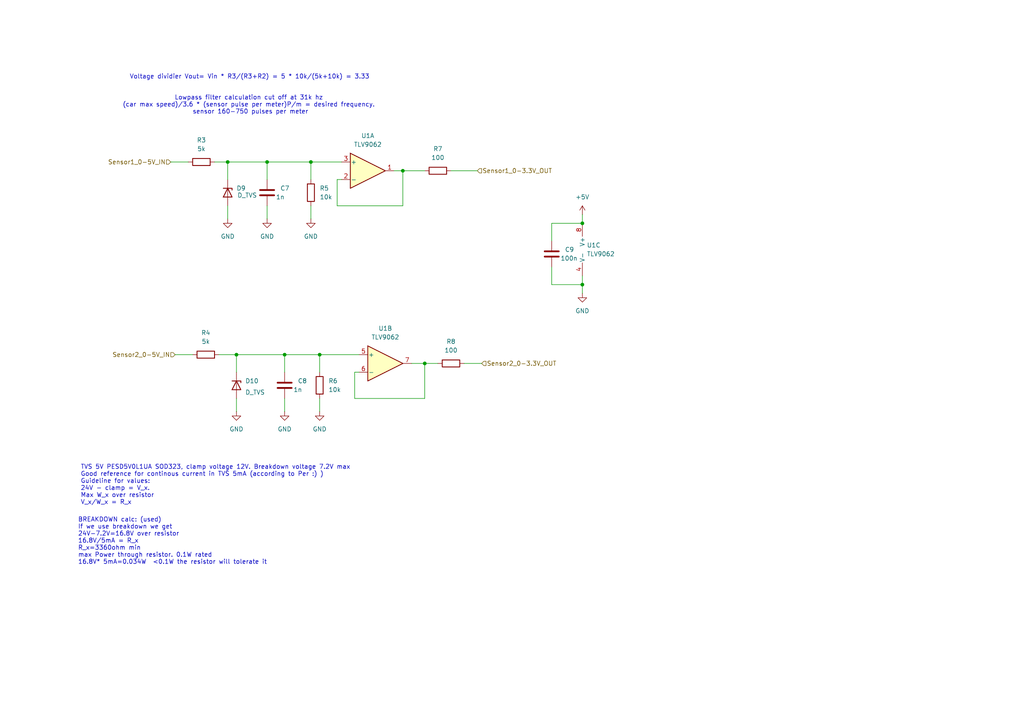
<source format=kicad_sch>
(kicad_sch
	(version 20250114)
	(generator "eeschema")
	(generator_version "9.0")
	(uuid "c27a33ef-ed77-41d6-912b-bd528fc8fd59")
	(paper "A4")
	(lib_symbols
		(symbol "Amplifier_Operational:TLV9062"
			(pin_names
				(offset 0.127)
			)
			(exclude_from_sim no)
			(in_bom yes)
			(on_board yes)
			(property "Reference" "U"
				(at 0 5.08 0)
				(effects
					(font
						(size 1.27 1.27)
					)
					(justify left)
				)
			)
			(property "Value" "TLV9062"
				(at 0 -5.08 0)
				(effects
					(font
						(size 1.27 1.27)
					)
					(justify left)
				)
			)
			(property "Footprint" ""
				(at 0 0 0)
				(effects
					(font
						(size 1.27 1.27)
					)
					(hide yes)
				)
			)
			(property "Datasheet" "https://www.ti.com/lit/ds/symlink/tlv9062.pdf"
				(at 0 0 0)
				(effects
					(font
						(size 1.27 1.27)
					)
					(hide yes)
				)
			)
			(property "Description" "Dual Operational Amplifiers, SOIC-8/TSSOP-8/VSSOP-8"
				(at 0 0 0)
				(effects
					(font
						(size 1.27 1.27)
					)
					(hide yes)
				)
			)
			(property "ki_locked" ""
				(at 0 0 0)
				(effects
					(font
						(size 1.27 1.27)
					)
				)
			)
			(property "ki_keywords" "dual opamp"
				(at 0 0 0)
				(effects
					(font
						(size 1.27 1.27)
					)
					(hide yes)
				)
			)
			(property "ki_fp_filters" "SOIC*3.9x4.9mm*P1.27mm* TSSOP*4.4x3mm*P0.65mm* VSSOP*3x3mm*P0.5mm*"
				(at 0 0 0)
				(effects
					(font
						(size 1.27 1.27)
					)
					(hide yes)
				)
			)
			(symbol "TLV9062_1_1"
				(polyline
					(pts
						(xy -5.08 5.08) (xy 5.08 0) (xy -5.08 -5.08) (xy -5.08 5.08)
					)
					(stroke
						(width 0.254)
						(type default)
					)
					(fill
						(type background)
					)
				)
				(pin input line
					(at -7.62 2.54 0)
					(length 2.54)
					(name "+"
						(effects
							(font
								(size 1.27 1.27)
							)
						)
					)
					(number "3"
						(effects
							(font
								(size 1.27 1.27)
							)
						)
					)
				)
				(pin input line
					(at -7.62 -2.54 0)
					(length 2.54)
					(name "-"
						(effects
							(font
								(size 1.27 1.27)
							)
						)
					)
					(number "2"
						(effects
							(font
								(size 1.27 1.27)
							)
						)
					)
				)
				(pin output line
					(at 7.62 0 180)
					(length 2.54)
					(name "~"
						(effects
							(font
								(size 1.27 1.27)
							)
						)
					)
					(number "1"
						(effects
							(font
								(size 1.27 1.27)
							)
						)
					)
				)
			)
			(symbol "TLV9062_2_1"
				(polyline
					(pts
						(xy -5.08 5.08) (xy 5.08 0) (xy -5.08 -5.08) (xy -5.08 5.08)
					)
					(stroke
						(width 0.254)
						(type default)
					)
					(fill
						(type background)
					)
				)
				(pin input line
					(at -7.62 2.54 0)
					(length 2.54)
					(name "+"
						(effects
							(font
								(size 1.27 1.27)
							)
						)
					)
					(number "5"
						(effects
							(font
								(size 1.27 1.27)
							)
						)
					)
				)
				(pin input line
					(at -7.62 -2.54 0)
					(length 2.54)
					(name "-"
						(effects
							(font
								(size 1.27 1.27)
							)
						)
					)
					(number "6"
						(effects
							(font
								(size 1.27 1.27)
							)
						)
					)
				)
				(pin output line
					(at 7.62 0 180)
					(length 2.54)
					(name "~"
						(effects
							(font
								(size 1.27 1.27)
							)
						)
					)
					(number "7"
						(effects
							(font
								(size 1.27 1.27)
							)
						)
					)
				)
			)
			(symbol "TLV9062_3_1"
				(pin power_in line
					(at -2.54 7.62 270)
					(length 3.81)
					(name "V+"
						(effects
							(font
								(size 1.27 1.27)
							)
						)
					)
					(number "8"
						(effects
							(font
								(size 1.27 1.27)
							)
						)
					)
				)
				(pin power_in line
					(at -2.54 -7.62 90)
					(length 3.81)
					(name "V-"
						(effects
							(font
								(size 1.27 1.27)
							)
						)
					)
					(number "4"
						(effects
							(font
								(size 1.27 1.27)
							)
						)
					)
				)
			)
			(embedded_fonts no)
		)
		(symbol "Device:C"
			(pin_numbers
				(hide yes)
			)
			(pin_names
				(offset 0.254)
			)
			(exclude_from_sim no)
			(in_bom yes)
			(on_board yes)
			(property "Reference" "C"
				(at 0.635 2.54 0)
				(effects
					(font
						(size 1.27 1.27)
					)
					(justify left)
				)
			)
			(property "Value" "C"
				(at 0.635 -2.54 0)
				(effects
					(font
						(size 1.27 1.27)
					)
					(justify left)
				)
			)
			(property "Footprint" ""
				(at 0.9652 -3.81 0)
				(effects
					(font
						(size 1.27 1.27)
					)
					(hide yes)
				)
			)
			(property "Datasheet" "~"
				(at 0 0 0)
				(effects
					(font
						(size 1.27 1.27)
					)
					(hide yes)
				)
			)
			(property "Description" "Unpolarized capacitor"
				(at 0 0 0)
				(effects
					(font
						(size 1.27 1.27)
					)
					(hide yes)
				)
			)
			(property "ki_keywords" "cap capacitor"
				(at 0 0 0)
				(effects
					(font
						(size 1.27 1.27)
					)
					(hide yes)
				)
			)
			(property "ki_fp_filters" "C_*"
				(at 0 0 0)
				(effects
					(font
						(size 1.27 1.27)
					)
					(hide yes)
				)
			)
			(symbol "C_0_1"
				(polyline
					(pts
						(xy -2.032 0.762) (xy 2.032 0.762)
					)
					(stroke
						(width 0.508)
						(type default)
					)
					(fill
						(type none)
					)
				)
				(polyline
					(pts
						(xy -2.032 -0.762) (xy 2.032 -0.762)
					)
					(stroke
						(width 0.508)
						(type default)
					)
					(fill
						(type none)
					)
				)
			)
			(symbol "C_1_1"
				(pin passive line
					(at 0 3.81 270)
					(length 2.794)
					(name "~"
						(effects
							(font
								(size 1.27 1.27)
							)
						)
					)
					(number "1"
						(effects
							(font
								(size 1.27 1.27)
							)
						)
					)
				)
				(pin passive line
					(at 0 -3.81 90)
					(length 2.794)
					(name "~"
						(effects
							(font
								(size 1.27 1.27)
							)
						)
					)
					(number "2"
						(effects
							(font
								(size 1.27 1.27)
							)
						)
					)
				)
			)
			(embedded_fonts no)
		)
		(symbol "Device:D_Zener"
			(pin_numbers
				(hide yes)
			)
			(pin_names
				(offset 1.016)
				(hide yes)
			)
			(exclude_from_sim no)
			(in_bom yes)
			(on_board yes)
			(property "Reference" "D"
				(at 0 2.54 0)
				(effects
					(font
						(size 1.27 1.27)
					)
				)
			)
			(property "Value" "D_Zener"
				(at 0 -2.54 0)
				(effects
					(font
						(size 1.27 1.27)
					)
				)
			)
			(property "Footprint" ""
				(at 0 0 0)
				(effects
					(font
						(size 1.27 1.27)
					)
					(hide yes)
				)
			)
			(property "Datasheet" "~"
				(at 0 0 0)
				(effects
					(font
						(size 1.27 1.27)
					)
					(hide yes)
				)
			)
			(property "Description" "Zener diode"
				(at 0 0 0)
				(effects
					(font
						(size 1.27 1.27)
					)
					(hide yes)
				)
			)
			(property "ki_keywords" "diode"
				(at 0 0 0)
				(effects
					(font
						(size 1.27 1.27)
					)
					(hide yes)
				)
			)
			(property "ki_fp_filters" "TO-???* *_Diode_* *SingleDiode* D_*"
				(at 0 0 0)
				(effects
					(font
						(size 1.27 1.27)
					)
					(hide yes)
				)
			)
			(symbol "D_Zener_0_1"
				(polyline
					(pts
						(xy -1.27 -1.27) (xy -1.27 1.27) (xy -0.762 1.27)
					)
					(stroke
						(width 0.254)
						(type default)
					)
					(fill
						(type none)
					)
				)
				(polyline
					(pts
						(xy 1.27 0) (xy -1.27 0)
					)
					(stroke
						(width 0)
						(type default)
					)
					(fill
						(type none)
					)
				)
				(polyline
					(pts
						(xy 1.27 -1.27) (xy 1.27 1.27) (xy -1.27 0) (xy 1.27 -1.27)
					)
					(stroke
						(width 0.254)
						(type default)
					)
					(fill
						(type none)
					)
				)
			)
			(symbol "D_Zener_1_1"
				(pin passive line
					(at -3.81 0 0)
					(length 2.54)
					(name "K"
						(effects
							(font
								(size 1.27 1.27)
							)
						)
					)
					(number "1"
						(effects
							(font
								(size 1.27 1.27)
							)
						)
					)
				)
				(pin passive line
					(at 3.81 0 180)
					(length 2.54)
					(name "A"
						(effects
							(font
								(size 1.27 1.27)
							)
						)
					)
					(number "2"
						(effects
							(font
								(size 1.27 1.27)
							)
						)
					)
				)
			)
			(embedded_fonts no)
		)
		(symbol "Device:R"
			(pin_numbers
				(hide yes)
			)
			(pin_names
				(offset 0)
			)
			(exclude_from_sim no)
			(in_bom yes)
			(on_board yes)
			(property "Reference" "R"
				(at 2.032 0 90)
				(effects
					(font
						(size 1.27 1.27)
					)
				)
			)
			(property "Value" "R"
				(at 0 0 90)
				(effects
					(font
						(size 1.27 1.27)
					)
				)
			)
			(property "Footprint" ""
				(at -1.778 0 90)
				(effects
					(font
						(size 1.27 1.27)
					)
					(hide yes)
				)
			)
			(property "Datasheet" "~"
				(at 0 0 0)
				(effects
					(font
						(size 1.27 1.27)
					)
					(hide yes)
				)
			)
			(property "Description" "Resistor"
				(at 0 0 0)
				(effects
					(font
						(size 1.27 1.27)
					)
					(hide yes)
				)
			)
			(property "ki_keywords" "R res resistor"
				(at 0 0 0)
				(effects
					(font
						(size 1.27 1.27)
					)
					(hide yes)
				)
			)
			(property "ki_fp_filters" "R_*"
				(at 0 0 0)
				(effects
					(font
						(size 1.27 1.27)
					)
					(hide yes)
				)
			)
			(symbol "R_0_1"
				(rectangle
					(start -1.016 -2.54)
					(end 1.016 2.54)
					(stroke
						(width 0.254)
						(type default)
					)
					(fill
						(type none)
					)
				)
			)
			(symbol "R_1_1"
				(pin passive line
					(at 0 3.81 270)
					(length 1.27)
					(name "~"
						(effects
							(font
								(size 1.27 1.27)
							)
						)
					)
					(number "1"
						(effects
							(font
								(size 1.27 1.27)
							)
						)
					)
				)
				(pin passive line
					(at 0 -3.81 90)
					(length 1.27)
					(name "~"
						(effects
							(font
								(size 1.27 1.27)
							)
						)
					)
					(number "2"
						(effects
							(font
								(size 1.27 1.27)
							)
						)
					)
				)
			)
			(embedded_fonts no)
		)
		(symbol "power:+5V"
			(power)
			(pin_numbers
				(hide yes)
			)
			(pin_names
				(offset 0)
				(hide yes)
			)
			(exclude_from_sim no)
			(in_bom yes)
			(on_board yes)
			(property "Reference" "#PWR"
				(at 0 -3.81 0)
				(effects
					(font
						(size 1.27 1.27)
					)
					(hide yes)
				)
			)
			(property "Value" "+5V"
				(at 0 3.556 0)
				(effects
					(font
						(size 1.27 1.27)
					)
				)
			)
			(property "Footprint" ""
				(at 0 0 0)
				(effects
					(font
						(size 1.27 1.27)
					)
					(hide yes)
				)
			)
			(property "Datasheet" ""
				(at 0 0 0)
				(effects
					(font
						(size 1.27 1.27)
					)
					(hide yes)
				)
			)
			(property "Description" "Power symbol creates a global label with name \"+5V\""
				(at 0 0 0)
				(effects
					(font
						(size 1.27 1.27)
					)
					(hide yes)
				)
			)
			(property "ki_keywords" "global power"
				(at 0 0 0)
				(effects
					(font
						(size 1.27 1.27)
					)
					(hide yes)
				)
			)
			(symbol "+5V_0_1"
				(polyline
					(pts
						(xy -0.762 1.27) (xy 0 2.54)
					)
					(stroke
						(width 0)
						(type default)
					)
					(fill
						(type none)
					)
				)
				(polyline
					(pts
						(xy 0 2.54) (xy 0.762 1.27)
					)
					(stroke
						(width 0)
						(type default)
					)
					(fill
						(type none)
					)
				)
				(polyline
					(pts
						(xy 0 0) (xy 0 2.54)
					)
					(stroke
						(width 0)
						(type default)
					)
					(fill
						(type none)
					)
				)
			)
			(symbol "+5V_1_1"
				(pin power_in line
					(at 0 0 90)
					(length 0)
					(name "~"
						(effects
							(font
								(size 1.27 1.27)
							)
						)
					)
					(number "1"
						(effects
							(font
								(size 1.27 1.27)
							)
						)
					)
				)
			)
			(embedded_fonts no)
		)
		(symbol "power:GND"
			(power)
			(pin_numbers
				(hide yes)
			)
			(pin_names
				(offset 0)
				(hide yes)
			)
			(exclude_from_sim no)
			(in_bom yes)
			(on_board yes)
			(property "Reference" "#PWR"
				(at 0 -6.35 0)
				(effects
					(font
						(size 1.27 1.27)
					)
					(hide yes)
				)
			)
			(property "Value" "GND"
				(at 0 -3.81 0)
				(effects
					(font
						(size 1.27 1.27)
					)
				)
			)
			(property "Footprint" ""
				(at 0 0 0)
				(effects
					(font
						(size 1.27 1.27)
					)
					(hide yes)
				)
			)
			(property "Datasheet" ""
				(at 0 0 0)
				(effects
					(font
						(size 1.27 1.27)
					)
					(hide yes)
				)
			)
			(property "Description" "Power symbol creates a global label with name \"GND\" , ground"
				(at 0 0 0)
				(effects
					(font
						(size 1.27 1.27)
					)
					(hide yes)
				)
			)
			(property "ki_keywords" "global power"
				(at 0 0 0)
				(effects
					(font
						(size 1.27 1.27)
					)
					(hide yes)
				)
			)
			(symbol "GND_0_1"
				(polyline
					(pts
						(xy 0 0) (xy 0 -1.27) (xy 1.27 -1.27) (xy 0 -2.54) (xy -1.27 -1.27) (xy 0 -1.27)
					)
					(stroke
						(width 0)
						(type default)
					)
					(fill
						(type none)
					)
				)
			)
			(symbol "GND_1_1"
				(pin power_in line
					(at 0 0 270)
					(length 0)
					(name "~"
						(effects
							(font
								(size 1.27 1.27)
							)
						)
					)
					(number "1"
						(effects
							(font
								(size 1.27 1.27)
							)
						)
					)
				)
			)
			(embedded_fonts no)
		)
	)
	(text "TVS 5V PESD5V0L1UA SOD323, clamp voltage 12V. Breakdown voltage 7.2V max\nGood reference for continous current in TVS 5mA (according to Per :) )\nGuideline for values:\n24V - clamp = V_x.\nMax W_x over resistor\nV_x/W_x = R_x\n\n\n\n\n\n\n\n\n"
		(exclude_from_sim no)
		(at 23.368 148.844 0)
		(effects
			(font
				(size 1.27 1.27)
			)
			(justify left)
		)
		(uuid "3378ad2a-9672-4353-b214-dade8d8b952c")
	)
	(text "Lowpass filter calculation cut off at 31k hz \n(car max speed)/3.6 * (sensor pulse per meter)P/m = desired frequency. \nsensor 160-750 pulses per meter\n\n"
		(exclude_from_sim no)
		(at 72.644 31.496 0)
		(effects
			(font
				(size 1.27 1.27)
			)
		)
		(uuid "c6a1e074-2b73-42a6-a002-6400b52e34a3")
	)
	(text "BREAKDOWN calc: (used)\nIf we use breakdown we get\n24V-7.2V=16.8V over resistor\n16.8V/5mA = R_x \nR_x=3360ohm min \nmax Power through resistor. 0.1W rated\n16.8V* 5mA=0.034W  <0.1W the resistor will tolerate it"
		(exclude_from_sim no)
		(at 22.606 156.972 0)
		(effects
			(font
				(size 1.27 1.27)
			)
			(justify left)
		)
		(uuid "c96146b9-602e-4a63-90f7-38e1dc2a5667")
	)
	(text "Voltage dividier Vout= Vin * R3/(R3+R2) = 5 * 10k/(5k+10k) = 3.33"
		(exclude_from_sim no)
		(at 72.39 22.352 0)
		(effects
			(font
				(size 1.27 1.27)
			)
		)
		(uuid "cb902105-079a-4f9b-92ff-9b9cdb7cfaa0")
	)
	(junction
		(at 92.71 102.87)
		(diameter 0)
		(color 0 0 0 0)
		(uuid "0dd258cd-9f22-4caa-97ae-acfad92dc627")
	)
	(junction
		(at 168.91 82.55)
		(diameter 0)
		(color 0 0 0 0)
		(uuid "0e3eddb0-b11b-45e6-82c1-e739e1305527")
	)
	(junction
		(at 68.58 102.87)
		(diameter 0)
		(color 0 0 0 0)
		(uuid "23ae24a0-06ed-4660-8ba6-20b2aa4c3c4f")
	)
	(junction
		(at 168.91 64.77)
		(diameter 0)
		(color 0 0 0 0)
		(uuid "4bcfa904-70fc-416a-804a-9c9356530b4d")
	)
	(junction
		(at 66.04 46.99)
		(diameter 0)
		(color 0 0 0 0)
		(uuid "6c972276-9eb9-4ad1-bafc-d36cadfa557a")
	)
	(junction
		(at 116.84 49.53)
		(diameter 0)
		(color 0 0 0 0)
		(uuid "71d31dcd-c680-443e-981e-35a1d36eab98")
	)
	(junction
		(at 77.47 46.99)
		(diameter 0)
		(color 0 0 0 0)
		(uuid "863f3c90-2b74-4378-b9c9-0c55e1ea5fbb")
	)
	(junction
		(at 123.19 105.41)
		(diameter 0)
		(color 0 0 0 0)
		(uuid "adf68457-eaa8-4c1e-b227-f1d07a2df1c3")
	)
	(junction
		(at 90.17 46.99)
		(diameter 0)
		(color 0 0 0 0)
		(uuid "c84b4f07-3103-4f31-8f2a-fd2ead5fb581")
	)
	(junction
		(at 82.55 102.87)
		(diameter 0)
		(color 0 0 0 0)
		(uuid "d48c08f7-b47f-4f96-969c-b92fd8969757")
	)
	(wire
		(pts
			(xy 66.04 52.07) (xy 66.04 46.99)
		)
		(stroke
			(width 0)
			(type default)
		)
		(uuid "00012a2a-3210-4ada-b3ab-5b0c2162eee3")
	)
	(wire
		(pts
			(xy 139.7 105.41) (xy 134.62 105.41)
		)
		(stroke
			(width 0)
			(type default)
		)
		(uuid "0d450c06-df9e-42dd-8f0f-0caeebd082d2")
	)
	(wire
		(pts
			(xy 97.79 59.69) (xy 116.84 59.69)
		)
		(stroke
			(width 0)
			(type default)
		)
		(uuid "164798f3-088b-4c9b-b763-3b9990f1acd6")
	)
	(wire
		(pts
			(xy 49.53 46.99) (xy 54.61 46.99)
		)
		(stroke
			(width 0)
			(type default)
		)
		(uuid "268c18fe-977b-45aa-8426-cb7efd41944c")
	)
	(wire
		(pts
			(xy 123.19 105.41) (xy 123.19 115.57)
		)
		(stroke
			(width 0)
			(type default)
		)
		(uuid "280f5f00-3f2b-4325-9f75-d1dc4d0d9db0")
	)
	(wire
		(pts
			(xy 160.02 69.85) (xy 160.02 64.77)
		)
		(stroke
			(width 0)
			(type default)
		)
		(uuid "2ac7e715-45fe-4866-a7fe-72285b5b1e34")
	)
	(wire
		(pts
			(xy 92.71 102.87) (xy 92.71 107.95)
		)
		(stroke
			(width 0)
			(type default)
		)
		(uuid "332d1d1c-3252-42d4-987a-cdef063fbc2d")
	)
	(wire
		(pts
			(xy 119.38 105.41) (xy 123.19 105.41)
		)
		(stroke
			(width 0)
			(type default)
		)
		(uuid "35229093-3f14-465d-9956-10befdecaaf4")
	)
	(wire
		(pts
			(xy 116.84 49.53) (xy 123.19 49.53)
		)
		(stroke
			(width 0)
			(type default)
		)
		(uuid "3a19e027-cf01-47c9-bfa4-ef6b7aa5ece2")
	)
	(wire
		(pts
			(xy 82.55 102.87) (xy 92.71 102.87)
		)
		(stroke
			(width 0)
			(type default)
		)
		(uuid "3b096591-cd5a-4786-89af-00cbdd481e20")
	)
	(wire
		(pts
			(xy 97.79 52.07) (xy 97.79 59.69)
		)
		(stroke
			(width 0)
			(type default)
		)
		(uuid "43f92e86-736c-463b-a0aa-ea76d0b6cbfd")
	)
	(wire
		(pts
			(xy 63.5 102.87) (xy 68.58 102.87)
		)
		(stroke
			(width 0)
			(type default)
		)
		(uuid "48f2d60b-465a-499b-9688-0d097f8d7402")
	)
	(wire
		(pts
			(xy 160.02 77.47) (xy 160.02 82.55)
		)
		(stroke
			(width 0)
			(type default)
		)
		(uuid "4d08a0fb-d316-4f32-be68-c070a0205ebf")
	)
	(wire
		(pts
			(xy 77.47 46.99) (xy 90.17 46.99)
		)
		(stroke
			(width 0)
			(type default)
		)
		(uuid "529eceb0-18a5-4e9b-a8a2-38db363cc447")
	)
	(wire
		(pts
			(xy 168.91 62.23) (xy 168.91 64.77)
		)
		(stroke
			(width 0)
			(type default)
		)
		(uuid "59ac8297-dad7-4171-accd-6c40ad716ff3")
	)
	(wire
		(pts
			(xy 97.79 52.07) (xy 99.06 52.07)
		)
		(stroke
			(width 0)
			(type default)
		)
		(uuid "61cce87b-9ce4-49c4-bb74-473a8ef2fccb")
	)
	(wire
		(pts
			(xy 66.04 59.69) (xy 66.04 63.5)
		)
		(stroke
			(width 0)
			(type default)
		)
		(uuid "693533d5-320a-4b51-b3fc-4026463a9bcc")
	)
	(wire
		(pts
			(xy 90.17 46.99) (xy 99.06 46.99)
		)
		(stroke
			(width 0)
			(type default)
		)
		(uuid "6b6c6551-28c7-41a5-b703-9ae53ac5d25c")
	)
	(wire
		(pts
			(xy 90.17 59.69) (xy 90.17 63.5)
		)
		(stroke
			(width 0)
			(type default)
		)
		(uuid "6f1bc97d-3b5a-4866-b83c-1b7824535431")
	)
	(wire
		(pts
			(xy 77.47 52.07) (xy 77.47 46.99)
		)
		(stroke
			(width 0)
			(type default)
		)
		(uuid "7867aa7c-d11c-4c35-ae15-c895a3d2d74c")
	)
	(wire
		(pts
			(xy 168.91 80.01) (xy 168.91 82.55)
		)
		(stroke
			(width 0)
			(type default)
		)
		(uuid "7c063fd7-af38-4e28-8715-3b28ef245f6d")
	)
	(wire
		(pts
			(xy 102.87 107.95) (xy 102.87 115.57)
		)
		(stroke
			(width 0)
			(type default)
		)
		(uuid "82381a9c-ea36-4362-9242-43ff39cfec0c")
	)
	(wire
		(pts
			(xy 68.58 115.57) (xy 68.58 119.38)
		)
		(stroke
			(width 0)
			(type default)
		)
		(uuid "85df90a6-7ad0-4800-bf84-535155572399")
	)
	(wire
		(pts
			(xy 160.02 82.55) (xy 168.91 82.55)
		)
		(stroke
			(width 0)
			(type default)
		)
		(uuid "88dae2b8-5208-437a-a77a-8b78bca7eec5")
	)
	(wire
		(pts
			(xy 92.71 115.57) (xy 92.71 119.38)
		)
		(stroke
			(width 0)
			(type default)
		)
		(uuid "8dc1852b-0cfc-4278-aae0-c57f504b7b57")
	)
	(wire
		(pts
			(xy 62.23 46.99) (xy 66.04 46.99)
		)
		(stroke
			(width 0)
			(type default)
		)
		(uuid "8e640330-e6f5-4613-a590-57d941afbc2e")
	)
	(wire
		(pts
			(xy 102.87 107.95) (xy 104.14 107.95)
		)
		(stroke
			(width 0)
			(type default)
		)
		(uuid "9186a303-7d51-4bf1-803b-a4a423cea64c")
	)
	(wire
		(pts
			(xy 92.71 102.87) (xy 104.14 102.87)
		)
		(stroke
			(width 0)
			(type default)
		)
		(uuid "959fd4c6-bdb2-4be5-9358-485c3b0becaa")
	)
	(wire
		(pts
			(xy 77.47 59.69) (xy 77.47 63.5)
		)
		(stroke
			(width 0)
			(type default)
		)
		(uuid "9bf1440d-848e-487f-b85b-45cb6da32f55")
	)
	(wire
		(pts
			(xy 68.58 102.87) (xy 82.55 102.87)
		)
		(stroke
			(width 0)
			(type default)
		)
		(uuid "a13411c1-0daf-4206-b0a9-afe9b2057a18")
	)
	(wire
		(pts
			(xy 116.84 49.53) (xy 114.3 49.53)
		)
		(stroke
			(width 0)
			(type default)
		)
		(uuid "a5b679ec-22ae-4a07-b91d-516824075b73")
	)
	(wire
		(pts
			(xy 50.8 102.87) (xy 55.88 102.87)
		)
		(stroke
			(width 0)
			(type default)
		)
		(uuid "a73a9f4e-ac75-4d5e-9781-3111caadf52a")
	)
	(wire
		(pts
			(xy 116.84 59.69) (xy 116.84 49.53)
		)
		(stroke
			(width 0)
			(type default)
		)
		(uuid "ae0688e7-21b9-48d3-99cd-d4cccb8b5fb6")
	)
	(wire
		(pts
			(xy 102.87 115.57) (xy 123.19 115.57)
		)
		(stroke
			(width 0)
			(type default)
		)
		(uuid "d09804b5-e4ba-4261-965b-197edc693273")
	)
	(wire
		(pts
			(xy 82.55 102.87) (xy 82.55 107.95)
		)
		(stroke
			(width 0)
			(type default)
		)
		(uuid "d2333b48-ec57-42f0-b34b-67bdec413c4d")
	)
	(wire
		(pts
			(xy 123.19 105.41) (xy 127 105.41)
		)
		(stroke
			(width 0)
			(type default)
		)
		(uuid "d24d8a4d-eb14-41ff-9945-4e306c8fa771")
	)
	(wire
		(pts
			(xy 66.04 46.99) (xy 77.47 46.99)
		)
		(stroke
			(width 0)
			(type default)
		)
		(uuid "dc09d9bf-459d-43ce-8af2-26afb7b05921")
	)
	(wire
		(pts
			(xy 68.58 107.95) (xy 68.58 102.87)
		)
		(stroke
			(width 0)
			(type default)
		)
		(uuid "eb37ef9a-196e-47c9-87cd-478db7b8b3de")
	)
	(wire
		(pts
			(xy 130.81 49.53) (xy 138.43 49.53)
		)
		(stroke
			(width 0)
			(type default)
		)
		(uuid "f3967acc-dfbb-462c-97e1-ca161e3088fc")
	)
	(wire
		(pts
			(xy 82.55 115.57) (xy 82.55 119.38)
		)
		(stroke
			(width 0)
			(type default)
		)
		(uuid "f51cdcca-2ad0-4379-8022-817d90644fd6")
	)
	(wire
		(pts
			(xy 160.02 64.77) (xy 168.91 64.77)
		)
		(stroke
			(width 0)
			(type default)
		)
		(uuid "f7df0621-121d-4599-829f-70be54cd6416")
	)
	(wire
		(pts
			(xy 90.17 46.99) (xy 90.17 52.07)
		)
		(stroke
			(width 0)
			(type default)
		)
		(uuid "f99037a3-cda5-4ba9-b24d-48cf0875a0ee")
	)
	(wire
		(pts
			(xy 168.91 82.55) (xy 168.91 85.09)
		)
		(stroke
			(width 0)
			(type default)
		)
		(uuid "fdb71ef3-8f8d-48e4-bbe1-26ce037cff6c")
	)
	(hierarchical_label "Sensor2_0-3.3V_OUT"
		(shape input)
		(at 139.7 105.41 0)
		(effects
			(font
				(size 1.27 1.27)
			)
			(justify left)
		)
		(uuid "3545b6d0-e4a6-4392-9327-fb7a9f2e4cdf")
	)
	(hierarchical_label "Sensor2_0-5V_IN"
		(shape input)
		(at 50.8 102.87 180)
		(effects
			(font
				(size 1.27 1.27)
			)
			(justify right)
		)
		(uuid "37bd3e8f-90cf-4900-976c-e4cad7d03d15")
	)
	(hierarchical_label "Sensor1_0-3.3V_OUT"
		(shape input)
		(at 138.43 49.53 0)
		(effects
			(font
				(size 1.27 1.27)
			)
			(justify left)
		)
		(uuid "d26cbe63-81ee-4379-8925-29c108eba8d9")
	)
	(hierarchical_label "Sensor1_0-5V_IN"
		(shape input)
		(at 49.53 46.99 180)
		(effects
			(font
				(size 1.27 1.27)
			)
			(justify right)
		)
		(uuid "d4f2cddd-4d5a-40b8-8fd0-632ca1961357")
	)
	(symbol
		(lib_id "power:GND")
		(at 90.17 63.5 0)
		(unit 1)
		(exclude_from_sim no)
		(in_bom yes)
		(on_board yes)
		(dnp no)
		(uuid "0ad4f609-8ead-4019-a897-ed018c787eb9")
		(property "Reference" "#PWR028"
			(at 90.17 69.85 0)
			(effects
				(font
					(size 1.27 1.27)
				)
				(hide yes)
			)
		)
		(property "Value" "GND"
			(at 90.17 68.58 0)
			(effects
				(font
					(size 1.27 1.27)
				)
			)
		)
		(property "Footprint" ""
			(at 90.17 63.5 0)
			(effects
				(font
					(size 1.27 1.27)
				)
				(hide yes)
			)
		)
		(property "Datasheet" ""
			(at 90.17 63.5 0)
			(effects
				(font
					(size 1.27 1.27)
				)
				(hide yes)
			)
		)
		(property "Description" "Power symbol creates a global label with name \"GND\" , ground"
			(at 90.17 63.5 0)
			(effects
				(font
					(size 1.27 1.27)
				)
				(hide yes)
			)
		)
		(pin "1"
			(uuid "3bc3d56a-058f-4f87-adf8-ef3bf1b56b3e")
		)
		(instances
			(project "SlipSensor_HW"
				(path "/f1ca9c4e-2bdc-432a-b865-ec62cb741897/23ff7bae-460e-4945-b6d3-2e02c0320acd"
					(reference "#PWR028")
					(unit 1)
				)
			)
		)
	)
	(symbol
		(lib_id "Amplifier_Operational:TLV9062")
		(at 111.76 105.41 0)
		(unit 2)
		(exclude_from_sim no)
		(in_bom yes)
		(on_board yes)
		(dnp no)
		(fields_autoplaced yes)
		(uuid "1802661d-b55a-4b5f-a28d-4c5e7bf41ffa")
		(property "Reference" "U1"
			(at 111.76 95.25 0)
			(effects
				(font
					(size 1.27 1.27)
				)
			)
		)
		(property "Value" "TLV9062"
			(at 111.76 97.79 0)
			(effects
				(font
					(size 1.27 1.27)
				)
			)
		)
		(property "Footprint" "Package_SO:SOIC-8_3.9x4.9mm_P1.27mm"
			(at 111.76 105.41 0)
			(effects
				(font
					(size 1.27 1.27)
				)
				(hide yes)
			)
		)
		(property "Datasheet" "https://www.ti.com/lit/ds/symlink/tlv9062.pdf"
			(at 111.76 105.41 0)
			(effects
				(font
					(size 1.27 1.27)
				)
				(hide yes)
			)
		)
		(property "Description" "Dual Operational Amplifiers, SOIC-8/TSSOP-8/VSSOP-8"
			(at 111.76 105.41 0)
			(effects
				(font
					(size 1.27 1.27)
				)
				(hide yes)
			)
		)
		(pin "5"
			(uuid "219900a3-c133-4b23-8730-004ad3ddc6f0")
		)
		(pin "4"
			(uuid "a85ee6c7-1a37-4215-b553-57df20b8b3bb")
		)
		(pin "3"
			(uuid "08dca1f5-1355-42f7-a381-e4450986c73f")
		)
		(pin "7"
			(uuid "becd05de-3dd6-499e-8d2f-a0d9935f1e25")
		)
		(pin "1"
			(uuid "a7f9437e-b330-4bb6-b11b-10808af00f31")
		)
		(pin "8"
			(uuid "4790cb61-7a18-4dc3-addf-ae33087402e2")
		)
		(pin "6"
			(uuid "f33d4650-a5f6-49c5-9b52-d4cc6e87ad64")
		)
		(pin "2"
			(uuid "dae63cd8-6f37-495e-95af-8ddb6d074e27")
		)
		(instances
			(project ""
				(path "/f1ca9c4e-2bdc-432a-b865-ec62cb741897/23ff7bae-460e-4945-b6d3-2e02c0320acd"
					(reference "U1")
					(unit 2)
				)
			)
		)
	)
	(symbol
		(lib_id "Device:R")
		(at 90.17 55.88 180)
		(unit 1)
		(exclude_from_sim no)
		(in_bom yes)
		(on_board yes)
		(dnp no)
		(fields_autoplaced yes)
		(uuid "31fba8b2-f6cc-4de7-bbaf-29def0f4b3ee")
		(property "Reference" "R5"
			(at 92.71 54.6099 0)
			(effects
				(font
					(size 1.27 1.27)
				)
				(justify right)
			)
		)
		(property "Value" "10k"
			(at 92.71 57.1499 0)
			(effects
				(font
					(size 1.27 1.27)
				)
				(justify right)
			)
		)
		(property "Footprint" "Resistor_SMD:R_0603_1608Metric"
			(at 91.948 55.88 90)
			(effects
				(font
					(size 1.27 1.27)
				)
				(hide yes)
			)
		)
		(property "Datasheet" "~"
			(at 90.17 55.88 0)
			(effects
				(font
					(size 1.27 1.27)
				)
				(hide yes)
			)
		)
		(property "Description" "Resistor"
			(at 90.17 55.88 0)
			(effects
				(font
					(size 1.27 1.27)
				)
				(hide yes)
			)
		)
		(pin "1"
			(uuid "0e2406a6-94aa-4847-b3b6-6ce8daee27b1")
		)
		(pin "2"
			(uuid "4b40b614-9466-4f77-a15b-4b23048f2508")
		)
		(instances
			(project "SlipSensor_HW"
				(path "/f1ca9c4e-2bdc-432a-b865-ec62cb741897/23ff7bae-460e-4945-b6d3-2e02c0320acd"
					(reference "R5")
					(unit 1)
				)
			)
		)
	)
	(symbol
		(lib_id "power:+5V")
		(at 168.91 62.23 0)
		(unit 1)
		(exclude_from_sim no)
		(in_bom yes)
		(on_board yes)
		(dnp no)
		(fields_autoplaced yes)
		(uuid "3ed117da-c802-4a2e-b822-198726e5f95b")
		(property "Reference" "#PWR030"
			(at 168.91 66.04 0)
			(effects
				(font
					(size 1.27 1.27)
				)
				(hide yes)
			)
		)
		(property "Value" "+5V"
			(at 168.91 57.15 0)
			(effects
				(font
					(size 1.27 1.27)
				)
			)
		)
		(property "Footprint" ""
			(at 168.91 62.23 0)
			(effects
				(font
					(size 1.27 1.27)
				)
				(hide yes)
			)
		)
		(property "Datasheet" ""
			(at 168.91 62.23 0)
			(effects
				(font
					(size 1.27 1.27)
				)
				(hide yes)
			)
		)
		(property "Description" "Power symbol creates a global label with name \"+5V\""
			(at 168.91 62.23 0)
			(effects
				(font
					(size 1.27 1.27)
				)
				(hide yes)
			)
		)
		(pin "1"
			(uuid "a5d9694b-e714-4060-a9bb-1b94494ad65c")
		)
		(instances
			(project ""
				(path "/f1ca9c4e-2bdc-432a-b865-ec62cb741897/23ff7bae-460e-4945-b6d3-2e02c0320acd"
					(reference "#PWR030")
					(unit 1)
				)
			)
		)
	)
	(symbol
		(lib_id "Device:R")
		(at 92.71 111.76 180)
		(unit 1)
		(exclude_from_sim no)
		(in_bom yes)
		(on_board yes)
		(dnp no)
		(fields_autoplaced yes)
		(uuid "3ffe807c-5c5d-4e5b-906c-ac53d12c4b48")
		(property "Reference" "R6"
			(at 95.25 110.4899 0)
			(effects
				(font
					(size 1.27 1.27)
				)
				(justify right)
			)
		)
		(property "Value" "10k"
			(at 95.25 113.0299 0)
			(effects
				(font
					(size 1.27 1.27)
				)
				(justify right)
			)
		)
		(property "Footprint" "Resistor_SMD:R_0603_1608Metric"
			(at 94.488 111.76 90)
			(effects
				(font
					(size 1.27 1.27)
				)
				(hide yes)
			)
		)
		(property "Datasheet" "~"
			(at 92.71 111.76 0)
			(effects
				(font
					(size 1.27 1.27)
				)
				(hide yes)
			)
		)
		(property "Description" "Resistor"
			(at 92.71 111.76 0)
			(effects
				(font
					(size 1.27 1.27)
				)
				(hide yes)
			)
		)
		(pin "1"
			(uuid "26f8dc83-0623-43fb-9091-ecdd0f80b463")
		)
		(pin "2"
			(uuid "2793b10b-4bb3-4128-a99a-5988b325bef3")
		)
		(instances
			(project "SlipSensor_HW"
				(path "/f1ca9c4e-2bdc-432a-b865-ec62cb741897/23ff7bae-460e-4945-b6d3-2e02c0320acd"
					(reference "R6")
					(unit 1)
				)
			)
		)
	)
	(symbol
		(lib_id "Device:C")
		(at 77.47 55.88 0)
		(unit 1)
		(exclude_from_sim no)
		(in_bom yes)
		(on_board yes)
		(dnp no)
		(uuid "57c3d70f-1812-4bd2-97c6-c4bac74b2d95")
		(property "Reference" "C7"
			(at 81.28 54.6099 0)
			(effects
				(font
					(size 1.27 1.27)
				)
				(justify left)
			)
		)
		(property "Value" "1n"
			(at 80.01 57.15 0)
			(effects
				(font
					(size 1.27 1.27)
				)
				(justify left)
			)
		)
		(property "Footprint" "Capacitor_SMD:C_0603_1608Metric"
			(at 78.4352 59.69 0)
			(effects
				(font
					(size 1.27 1.27)
				)
				(hide yes)
			)
		)
		(property "Datasheet" "~"
			(at 77.47 55.88 0)
			(effects
				(font
					(size 1.27 1.27)
				)
				(hide yes)
			)
		)
		(property "Description" "Unpolarized capacitor"
			(at 77.47 55.88 0)
			(effects
				(font
					(size 1.27 1.27)
				)
				(hide yes)
			)
		)
		(pin "1"
			(uuid "409c4a08-07f8-42b2-ad4c-4644b343a15e")
		)
		(pin "2"
			(uuid "927a8021-5f46-4c0f-877f-06be9af694d9")
		)
		(instances
			(project "SlipSensor_HW"
				(path "/f1ca9c4e-2bdc-432a-b865-ec62cb741897/23ff7bae-460e-4945-b6d3-2e02c0320acd"
					(reference "C7")
					(unit 1)
				)
			)
		)
	)
	(symbol
		(lib_id "power:GND")
		(at 77.47 63.5 0)
		(unit 1)
		(exclude_from_sim no)
		(in_bom yes)
		(on_board yes)
		(dnp no)
		(fields_autoplaced yes)
		(uuid "63c04694-29db-4e8a-a617-3e58c01d3c9b")
		(property "Reference" "#PWR026"
			(at 77.47 69.85 0)
			(effects
				(font
					(size 1.27 1.27)
				)
				(hide yes)
			)
		)
		(property "Value" "GND"
			(at 77.47 68.58 0)
			(effects
				(font
					(size 1.27 1.27)
				)
			)
		)
		(property "Footprint" ""
			(at 77.47 63.5 0)
			(effects
				(font
					(size 1.27 1.27)
				)
				(hide yes)
			)
		)
		(property "Datasheet" ""
			(at 77.47 63.5 0)
			(effects
				(font
					(size 1.27 1.27)
				)
				(hide yes)
			)
		)
		(property "Description" "Power symbol creates a global label with name \"GND\" , ground"
			(at 77.47 63.5 0)
			(effects
				(font
					(size 1.27 1.27)
				)
				(hide yes)
			)
		)
		(pin "1"
			(uuid "1e04e4db-c458-403e-962c-8cda0a084533")
		)
		(instances
			(project "SlipSensor_HW"
				(path "/f1ca9c4e-2bdc-432a-b865-ec62cb741897/23ff7bae-460e-4945-b6d3-2e02c0320acd"
					(reference "#PWR026")
					(unit 1)
				)
			)
		)
	)
	(symbol
		(lib_id "Device:C")
		(at 160.02 73.66 0)
		(unit 1)
		(exclude_from_sim no)
		(in_bom yes)
		(on_board yes)
		(dnp no)
		(uuid "64ee4862-495c-49c3-8b54-f940f054c64a")
		(property "Reference" "C9"
			(at 163.83 72.3899 0)
			(effects
				(font
					(size 1.27 1.27)
				)
				(justify left)
			)
		)
		(property "Value" "100n"
			(at 162.56 74.93 0)
			(effects
				(font
					(size 1.27 1.27)
				)
				(justify left)
			)
		)
		(property "Footprint" "Capacitor_SMD:C_0603_1608Metric"
			(at 160.9852 77.47 0)
			(effects
				(font
					(size 1.27 1.27)
				)
				(hide yes)
			)
		)
		(property "Datasheet" "~"
			(at 160.02 73.66 0)
			(effects
				(font
					(size 1.27 1.27)
				)
				(hide yes)
			)
		)
		(property "Description" "Unpolarized capacitor"
			(at 160.02 73.66 0)
			(effects
				(font
					(size 1.27 1.27)
				)
				(hide yes)
			)
		)
		(pin "1"
			(uuid "9e8d4162-815e-4709-9bda-7d6d2231d72f")
		)
		(pin "2"
			(uuid "459e336c-dd7b-4634-bd0d-26435fb18632")
		)
		(instances
			(project ""
				(path "/f1ca9c4e-2bdc-432a-b865-ec62cb741897/23ff7bae-460e-4945-b6d3-2e02c0320acd"
					(reference "C9")
					(unit 1)
				)
			)
		)
	)
	(symbol
		(lib_id "power:GND")
		(at 168.91 85.09 0)
		(unit 1)
		(exclude_from_sim no)
		(in_bom yes)
		(on_board yes)
		(dnp no)
		(fields_autoplaced yes)
		(uuid "6dfc2910-1185-4348-ae65-eeed96ab2df9")
		(property "Reference" "#PWR031"
			(at 168.91 91.44 0)
			(effects
				(font
					(size 1.27 1.27)
				)
				(hide yes)
			)
		)
		(property "Value" "GND"
			(at 168.91 90.17 0)
			(effects
				(font
					(size 1.27 1.27)
				)
			)
		)
		(property "Footprint" ""
			(at 168.91 85.09 0)
			(effects
				(font
					(size 1.27 1.27)
				)
				(hide yes)
			)
		)
		(property "Datasheet" ""
			(at 168.91 85.09 0)
			(effects
				(font
					(size 1.27 1.27)
				)
				(hide yes)
			)
		)
		(property "Description" "Power symbol creates a global label with name \"GND\" , ground"
			(at 168.91 85.09 0)
			(effects
				(font
					(size 1.27 1.27)
				)
				(hide yes)
			)
		)
		(pin "1"
			(uuid "a2bfc4b9-6aff-4b54-a5cf-1322e27ce8da")
		)
		(instances
			(project ""
				(path "/f1ca9c4e-2bdc-432a-b865-ec62cb741897/23ff7bae-460e-4945-b6d3-2e02c0320acd"
					(reference "#PWR031")
					(unit 1)
				)
			)
		)
	)
	(symbol
		(lib_id "power:GND")
		(at 68.58 119.38 0)
		(unit 1)
		(exclude_from_sim no)
		(in_bom yes)
		(on_board yes)
		(dnp no)
		(fields_autoplaced yes)
		(uuid "7b747a39-8601-4d71-9632-90072e8fd562")
		(property "Reference" "#PWR025"
			(at 68.58 125.73 0)
			(effects
				(font
					(size 1.27 1.27)
				)
				(hide yes)
			)
		)
		(property "Value" "GND"
			(at 68.58 124.46 0)
			(effects
				(font
					(size 1.27 1.27)
				)
			)
		)
		(property "Footprint" ""
			(at 68.58 119.38 0)
			(effects
				(font
					(size 1.27 1.27)
				)
				(hide yes)
			)
		)
		(property "Datasheet" ""
			(at 68.58 119.38 0)
			(effects
				(font
					(size 1.27 1.27)
				)
				(hide yes)
			)
		)
		(property "Description" "Power symbol creates a global label with name \"GND\" , ground"
			(at 68.58 119.38 0)
			(effects
				(font
					(size 1.27 1.27)
				)
				(hide yes)
			)
		)
		(pin "1"
			(uuid "15d3537a-1f1d-4f13-b11f-69615a8f9e44")
		)
		(instances
			(project ""
				(path "/f1ca9c4e-2bdc-432a-b865-ec62cb741897/23ff7bae-460e-4945-b6d3-2e02c0320acd"
					(reference "#PWR025")
					(unit 1)
				)
			)
		)
	)
	(symbol
		(lib_id "power:GND")
		(at 66.04 63.5 0)
		(unit 1)
		(exclude_from_sim no)
		(in_bom yes)
		(on_board yes)
		(dnp no)
		(fields_autoplaced yes)
		(uuid "7ce86d8c-0aee-403a-ba77-039ec5b2828c")
		(property "Reference" "#PWR024"
			(at 66.04 69.85 0)
			(effects
				(font
					(size 1.27 1.27)
				)
				(hide yes)
			)
		)
		(property "Value" "GND"
			(at 66.04 68.58 0)
			(effects
				(font
					(size 1.27 1.27)
				)
			)
		)
		(property "Footprint" ""
			(at 66.04 63.5 0)
			(effects
				(font
					(size 1.27 1.27)
				)
				(hide yes)
			)
		)
		(property "Datasheet" ""
			(at 66.04 63.5 0)
			(effects
				(font
					(size 1.27 1.27)
				)
				(hide yes)
			)
		)
		(property "Description" "Power symbol creates a global label with name \"GND\" , ground"
			(at 66.04 63.5 0)
			(effects
				(font
					(size 1.27 1.27)
				)
				(hide yes)
			)
		)
		(pin "1"
			(uuid "a6e4e48a-609c-41a0-8ee7-90eb604d5e64")
		)
		(instances
			(project "SlipSensor_HW"
				(path "/f1ca9c4e-2bdc-432a-b865-ec62cb741897/23ff7bae-460e-4945-b6d3-2e02c0320acd"
					(reference "#PWR024")
					(unit 1)
				)
			)
		)
	)
	(symbol
		(lib_id "power:GND")
		(at 82.55 119.38 0)
		(unit 1)
		(exclude_from_sim no)
		(in_bom yes)
		(on_board yes)
		(dnp no)
		(fields_autoplaced yes)
		(uuid "7d5bf445-fe01-482d-8195-3d8cd06e8fe5")
		(property "Reference" "#PWR027"
			(at 82.55 125.73 0)
			(effects
				(font
					(size 1.27 1.27)
				)
				(hide yes)
			)
		)
		(property "Value" "GND"
			(at 82.55 124.46 0)
			(effects
				(font
					(size 1.27 1.27)
				)
			)
		)
		(property "Footprint" ""
			(at 82.55 119.38 0)
			(effects
				(font
					(size 1.27 1.27)
				)
				(hide yes)
			)
		)
		(property "Datasheet" ""
			(at 82.55 119.38 0)
			(effects
				(font
					(size 1.27 1.27)
				)
				(hide yes)
			)
		)
		(property "Description" "Power symbol creates a global label with name \"GND\" , ground"
			(at 82.55 119.38 0)
			(effects
				(font
					(size 1.27 1.27)
				)
				(hide yes)
			)
		)
		(pin "1"
			(uuid "6a40de0b-80a3-4592-add3-5fd618267fa1")
		)
		(instances
			(project "SlipSensor_HW"
				(path "/f1ca9c4e-2bdc-432a-b865-ec62cb741897/23ff7bae-460e-4945-b6d3-2e02c0320acd"
					(reference "#PWR027")
					(unit 1)
				)
			)
		)
	)
	(symbol
		(lib_id "Device:D_Zener")
		(at 68.58 111.76 270)
		(unit 1)
		(exclude_from_sim no)
		(in_bom yes)
		(on_board yes)
		(dnp no)
		(uuid "83379e7a-eec5-4366-9a15-53b77e4a382d")
		(property "Reference" "D10"
			(at 71.12 110.4899 90)
			(effects
				(font
					(size 1.27 1.27)
				)
				(justify left)
			)
		)
		(property "Value" "D_TVS"
			(at 71.12 113.792 90)
			(effects
				(font
					(size 1.27 1.27)
				)
				(justify left)
			)
		)
		(property "Footprint" "Diode_SMD:D_SOD-323_HandSoldering"
			(at 68.58 111.76 0)
			(effects
				(font
					(size 1.27 1.27)
				)
				(hide yes)
			)
		)
		(property "Datasheet" "~"
			(at 68.58 111.76 0)
			(effects
				(font
					(size 1.27 1.27)
				)
				(hide yes)
			)
		)
		(property "Description" "Zener diode 5V"
			(at 68.58 111.76 0)
			(effects
				(font
					(size 1.27 1.27)
				)
				(hide yes)
			)
		)
		(pin "1"
			(uuid "008ed658-ac9c-48b9-80c3-150ba548f624")
		)
		(pin "2"
			(uuid "57a5ceb3-88ed-4949-926f-adb65a258b5c")
		)
		(instances
			(project "SlipSensor_HW"
				(path "/f1ca9c4e-2bdc-432a-b865-ec62cb741897/23ff7bae-460e-4945-b6d3-2e02c0320acd"
					(reference "D10")
					(unit 1)
				)
			)
		)
	)
	(symbol
		(lib_id "Device:R")
		(at 59.69 102.87 90)
		(unit 1)
		(exclude_from_sim no)
		(in_bom yes)
		(on_board yes)
		(dnp no)
		(fields_autoplaced yes)
		(uuid "8e2499cf-073d-4077-b4fb-09ab713ba4ac")
		(property "Reference" "R4"
			(at 59.69 96.52 90)
			(effects
				(font
					(size 1.27 1.27)
				)
			)
		)
		(property "Value" "5k"
			(at 59.69 99.06 90)
			(effects
				(font
					(size 1.27 1.27)
				)
			)
		)
		(property "Footprint" "Resistor_SMD:R_0603_1608Metric"
			(at 59.69 104.648 90)
			(effects
				(font
					(size 1.27 1.27)
				)
				(hide yes)
			)
		)
		(property "Datasheet" "~"
			(at 59.69 102.87 0)
			(effects
				(font
					(size 1.27 1.27)
				)
				(hide yes)
			)
		)
		(property "Description" "Resistor"
			(at 59.69 102.87 0)
			(effects
				(font
					(size 1.27 1.27)
				)
				(hide yes)
			)
		)
		(pin "1"
			(uuid "2e30c775-5563-4c00-9126-72303d68f717")
		)
		(pin "2"
			(uuid "3deb268d-5199-44c5-acc8-e37ea01c7b98")
		)
		(instances
			(project "SlipSensor_HW"
				(path "/f1ca9c4e-2bdc-432a-b865-ec62cb741897/23ff7bae-460e-4945-b6d3-2e02c0320acd"
					(reference "R4")
					(unit 1)
				)
			)
		)
	)
	(symbol
		(lib_id "power:GND")
		(at 92.71 119.38 0)
		(unit 1)
		(exclude_from_sim no)
		(in_bom yes)
		(on_board yes)
		(dnp no)
		(fields_autoplaced yes)
		(uuid "a2eea460-66de-46e2-b40b-a07c862caeab")
		(property "Reference" "#PWR029"
			(at 92.71 125.73 0)
			(effects
				(font
					(size 1.27 1.27)
				)
				(hide yes)
			)
		)
		(property "Value" "GND"
			(at 92.71 124.46 0)
			(effects
				(font
					(size 1.27 1.27)
				)
			)
		)
		(property "Footprint" ""
			(at 92.71 119.38 0)
			(effects
				(font
					(size 1.27 1.27)
				)
				(hide yes)
			)
		)
		(property "Datasheet" ""
			(at 92.71 119.38 0)
			(effects
				(font
					(size 1.27 1.27)
				)
				(hide yes)
			)
		)
		(property "Description" "Power symbol creates a global label with name \"GND\" , ground"
			(at 92.71 119.38 0)
			(effects
				(font
					(size 1.27 1.27)
				)
				(hide yes)
			)
		)
		(pin "1"
			(uuid "a458198e-ec32-4adc-963d-89eb31bd4583")
		)
		(instances
			(project "SlipSensor_HW"
				(path "/f1ca9c4e-2bdc-432a-b865-ec62cb741897/23ff7bae-460e-4945-b6d3-2e02c0320acd"
					(reference "#PWR029")
					(unit 1)
				)
			)
		)
	)
	(symbol
		(lib_id "Device:D_Zener")
		(at 66.04 55.88 270)
		(unit 1)
		(exclude_from_sim no)
		(in_bom yes)
		(on_board yes)
		(dnp no)
		(uuid "a3b2c3bd-6b25-4bbb-972d-e120a947118d")
		(property "Reference" "D9"
			(at 68.58 54.6099 90)
			(effects
				(font
					(size 1.27 1.27)
				)
				(justify left)
			)
		)
		(property "Value" "D_TVS"
			(at 68.834 56.642 90)
			(effects
				(font
					(size 1.27 1.27)
				)
				(justify left)
			)
		)
		(property "Footprint" "Diode_SMD:D_SOD-323_HandSoldering"
			(at 66.04 55.88 0)
			(effects
				(font
					(size 1.27 1.27)
				)
				(hide yes)
			)
		)
		(property "Datasheet" "~"
			(at 66.04 55.88 0)
			(effects
				(font
					(size 1.27 1.27)
				)
				(hide yes)
			)
		)
		(property "Description" "TVS diode 5V"
			(at 66.04 55.88 0)
			(effects
				(font
					(size 1.27 1.27)
				)
				(hide yes)
			)
		)
		(pin "1"
			(uuid "4084f57b-6e59-4a6b-bdff-db36c99fffdf")
		)
		(pin "2"
			(uuid "267f0537-ffd0-4492-9b18-dc9199e1f414")
		)
		(instances
			(project ""
				(path "/f1ca9c4e-2bdc-432a-b865-ec62cb741897/23ff7bae-460e-4945-b6d3-2e02c0320acd"
					(reference "D9")
					(unit 1)
				)
			)
		)
	)
	(symbol
		(lib_id "Device:R")
		(at 130.81 105.41 90)
		(unit 1)
		(exclude_from_sim no)
		(in_bom yes)
		(on_board yes)
		(dnp no)
		(fields_autoplaced yes)
		(uuid "a6823cab-8478-4cec-ab11-2b6868fefcf4")
		(property "Reference" "R8"
			(at 130.81 99.06 90)
			(effects
				(font
					(size 1.27 1.27)
				)
			)
		)
		(property "Value" "100"
			(at 130.81 101.6 90)
			(effects
				(font
					(size 1.27 1.27)
				)
			)
		)
		(property "Footprint" "Resistor_SMD:R_0603_1608Metric"
			(at 130.81 107.188 90)
			(effects
				(font
					(size 1.27 1.27)
				)
				(hide yes)
			)
		)
		(property "Datasheet" "~"
			(at 130.81 105.41 0)
			(effects
				(font
					(size 1.27 1.27)
				)
				(hide yes)
			)
		)
		(property "Description" "Resistor"
			(at 130.81 105.41 0)
			(effects
				(font
					(size 1.27 1.27)
				)
				(hide yes)
			)
		)
		(pin "1"
			(uuid "c43076fb-0002-4956-b811-8db02ba2e8ab")
		)
		(pin "2"
			(uuid "150c7b06-4c38-4af8-9c7f-8da5e81af479")
		)
		(instances
			(project "SlipSensor_HW"
				(path "/f1ca9c4e-2bdc-432a-b865-ec62cb741897/23ff7bae-460e-4945-b6d3-2e02c0320acd"
					(reference "R8")
					(unit 1)
				)
			)
		)
	)
	(symbol
		(lib_id "Amplifier_Operational:TLV9062")
		(at 106.68 49.53 0)
		(unit 1)
		(exclude_from_sim no)
		(in_bom yes)
		(on_board yes)
		(dnp no)
		(fields_autoplaced yes)
		(uuid "a954f3c7-881b-429d-8160-51cc6709987a")
		(property "Reference" "U1"
			(at 106.68 39.37 0)
			(effects
				(font
					(size 1.27 1.27)
				)
			)
		)
		(property "Value" "TLV9062"
			(at 106.68 41.91 0)
			(effects
				(font
					(size 1.27 1.27)
				)
			)
		)
		(property "Footprint" "Package_SO:SOIC-8_3.9x4.9mm_P1.27mm"
			(at 106.68 49.53 0)
			(effects
				(font
					(size 1.27 1.27)
				)
				(hide yes)
			)
		)
		(property "Datasheet" "https://www.ti.com/lit/ds/symlink/tlv9062.pdf"
			(at 106.68 49.53 0)
			(effects
				(font
					(size 1.27 1.27)
				)
				(hide yes)
			)
		)
		(property "Description" "Dual Operational Amplifiers, SOIC-8/TSSOP-8/VSSOP-8"
			(at 106.68 49.53 0)
			(effects
				(font
					(size 1.27 1.27)
				)
				(hide yes)
			)
		)
		(pin "5"
			(uuid "219900a3-c133-4b23-8730-004ad3ddc6f1")
		)
		(pin "4"
			(uuid "a85ee6c7-1a37-4215-b553-57df20b8b3bc")
		)
		(pin "3"
			(uuid "08dca1f5-1355-42f7-a381-e4450986c740")
		)
		(pin "7"
			(uuid "becd05de-3dd6-499e-8d2f-a0d9935f1e26")
		)
		(pin "1"
			(uuid "a7f9437e-b330-4bb6-b11b-10808af00f32")
		)
		(pin "8"
			(uuid "4790cb61-7a18-4dc3-addf-ae33087402e3")
		)
		(pin "6"
			(uuid "f33d4650-a5f6-49c5-9b52-d4cc6e87ad65")
		)
		(pin "2"
			(uuid "dae63cd8-6f37-495e-95af-8ddb6d074e28")
		)
		(instances
			(project ""
				(path "/f1ca9c4e-2bdc-432a-b865-ec62cb741897/23ff7bae-460e-4945-b6d3-2e02c0320acd"
					(reference "U1")
					(unit 1)
				)
			)
		)
	)
	(symbol
		(lib_id "Device:C")
		(at 82.55 111.76 0)
		(unit 1)
		(exclude_from_sim no)
		(in_bom yes)
		(on_board yes)
		(dnp no)
		(uuid "ad78645c-721f-4901-94fd-bc3f8550a7cc")
		(property "Reference" "C8"
			(at 86.36 110.4899 0)
			(effects
				(font
					(size 1.27 1.27)
				)
				(justify left)
			)
		)
		(property "Value" "1n"
			(at 85.09 113.03 0)
			(effects
				(font
					(size 1.27 1.27)
				)
				(justify left)
			)
		)
		(property "Footprint" "Capacitor_SMD:C_0603_1608Metric"
			(at 83.5152 115.57 0)
			(effects
				(font
					(size 1.27 1.27)
				)
				(hide yes)
			)
		)
		(property "Datasheet" "~"
			(at 82.55 111.76 0)
			(effects
				(font
					(size 1.27 1.27)
				)
				(hide yes)
			)
		)
		(property "Description" "Unpolarized capacitor"
			(at 82.55 111.76 0)
			(effects
				(font
					(size 1.27 1.27)
				)
				(hide yes)
			)
		)
		(pin "1"
			(uuid "bae02169-f8d1-4956-93e9-2ed7abb7b2ac")
		)
		(pin "2"
			(uuid "d03e42b6-0703-4087-a676-2c10d277ef20")
		)
		(instances
			(project "SlipSensor_HW"
				(path "/f1ca9c4e-2bdc-432a-b865-ec62cb741897/23ff7bae-460e-4945-b6d3-2e02c0320acd"
					(reference "C8")
					(unit 1)
				)
			)
		)
	)
	(symbol
		(lib_id "Amplifier_Operational:TLV9062")
		(at 171.45 72.39 0)
		(unit 3)
		(exclude_from_sim no)
		(in_bom yes)
		(on_board yes)
		(dnp no)
		(fields_autoplaced yes)
		(uuid "b27bdfb3-1bf2-4e77-ab61-64be939e9f1e")
		(property "Reference" "U1"
			(at 170.18 71.1199 0)
			(effects
				(font
					(size 1.27 1.27)
				)
				(justify left)
			)
		)
		(property "Value" "TLV9062"
			(at 170.18 73.6599 0)
			(effects
				(font
					(size 1.27 1.27)
				)
				(justify left)
			)
		)
		(property "Footprint" "Package_SO:SOIC-8_3.9x4.9mm_P1.27mm"
			(at 171.45 72.39 0)
			(effects
				(font
					(size 1.27 1.27)
				)
				(hide yes)
			)
		)
		(property "Datasheet" "https://www.ti.com/lit/ds/symlink/tlv9062.pdf"
			(at 171.45 72.39 0)
			(effects
				(font
					(size 1.27 1.27)
				)
				(hide yes)
			)
		)
		(property "Description" "Dual Operational Amplifiers, SOIC-8/TSSOP-8/VSSOP-8"
			(at 171.45 72.39 0)
			(effects
				(font
					(size 1.27 1.27)
				)
				(hide yes)
			)
		)
		(pin "5"
			(uuid "219900a3-c133-4b23-8730-004ad3ddc6f2")
		)
		(pin "4"
			(uuid "a85ee6c7-1a37-4215-b553-57df20b8b3bd")
		)
		(pin "3"
			(uuid "08dca1f5-1355-42f7-a381-e4450986c741")
		)
		(pin "7"
			(uuid "becd05de-3dd6-499e-8d2f-a0d9935f1e27")
		)
		(pin "1"
			(uuid "a7f9437e-b330-4bb6-b11b-10808af00f33")
		)
		(pin "8"
			(uuid "4790cb61-7a18-4dc3-addf-ae33087402e4")
		)
		(pin "6"
			(uuid "f33d4650-a5f6-49c5-9b52-d4cc6e87ad66")
		)
		(pin "2"
			(uuid "dae63cd8-6f37-495e-95af-8ddb6d074e29")
		)
		(instances
			(project ""
				(path "/f1ca9c4e-2bdc-432a-b865-ec62cb741897/23ff7bae-460e-4945-b6d3-2e02c0320acd"
					(reference "U1")
					(unit 3)
				)
			)
		)
	)
	(symbol
		(lib_id "Device:R")
		(at 127 49.53 90)
		(unit 1)
		(exclude_from_sim no)
		(in_bom yes)
		(on_board yes)
		(dnp no)
		(fields_autoplaced yes)
		(uuid "c212f541-d2aa-40c3-8747-9764563568fc")
		(property "Reference" "R7"
			(at 127 43.18 90)
			(effects
				(font
					(size 1.27 1.27)
				)
			)
		)
		(property "Value" "100"
			(at 127 45.72 90)
			(effects
				(font
					(size 1.27 1.27)
				)
			)
		)
		(property "Footprint" "Resistor_SMD:R_0603_1608Metric"
			(at 127 51.308 90)
			(effects
				(font
					(size 1.27 1.27)
				)
				(hide yes)
			)
		)
		(property "Datasheet" "~"
			(at 127 49.53 0)
			(effects
				(font
					(size 1.27 1.27)
				)
				(hide yes)
			)
		)
		(property "Description" "Resistor"
			(at 127 49.53 0)
			(effects
				(font
					(size 1.27 1.27)
				)
				(hide yes)
			)
		)
		(pin "1"
			(uuid "0c7f2941-0516-4b15-a45e-9fa31f7540ea")
		)
		(pin "2"
			(uuid "01a3857a-c7a1-423e-8fd0-0499677cfe73")
		)
		(instances
			(project "SlipSensor_HW"
				(path "/f1ca9c4e-2bdc-432a-b865-ec62cb741897/23ff7bae-460e-4945-b6d3-2e02c0320acd"
					(reference "R7")
					(unit 1)
				)
			)
		)
	)
	(symbol
		(lib_id "Device:R")
		(at 58.42 46.99 90)
		(unit 1)
		(exclude_from_sim no)
		(in_bom yes)
		(on_board yes)
		(dnp no)
		(fields_autoplaced yes)
		(uuid "e6a10b08-c696-47e0-8f60-275bd1d03a9e")
		(property "Reference" "R3"
			(at 58.42 40.64 90)
			(effects
				(font
					(size 1.27 1.27)
				)
			)
		)
		(property "Value" "5k"
			(at 58.42 43.18 90)
			(effects
				(font
					(size 1.27 1.27)
				)
			)
		)
		(property "Footprint" "Resistor_SMD:R_0603_1608Metric"
			(at 58.42 48.768 90)
			(effects
				(font
					(size 1.27 1.27)
				)
				(hide yes)
			)
		)
		(property "Datasheet" "~"
			(at 58.42 46.99 0)
			(effects
				(font
					(size 1.27 1.27)
				)
				(hide yes)
			)
		)
		(property "Description" "Resistor"
			(at 58.42 46.99 0)
			(effects
				(font
					(size 1.27 1.27)
				)
				(hide yes)
			)
		)
		(pin "1"
			(uuid "867af15d-b045-4394-b185-244ac3a028fc")
		)
		(pin "2"
			(uuid "178bbfc8-fd7b-4d4f-9df3-976104f88b44")
		)
		(instances
			(project "SlipSensor_HW"
				(path "/f1ca9c4e-2bdc-432a-b865-ec62cb741897/23ff7bae-460e-4945-b6d3-2e02c0320acd"
					(reference "R3")
					(unit 1)
				)
			)
		)
	)
)

</source>
